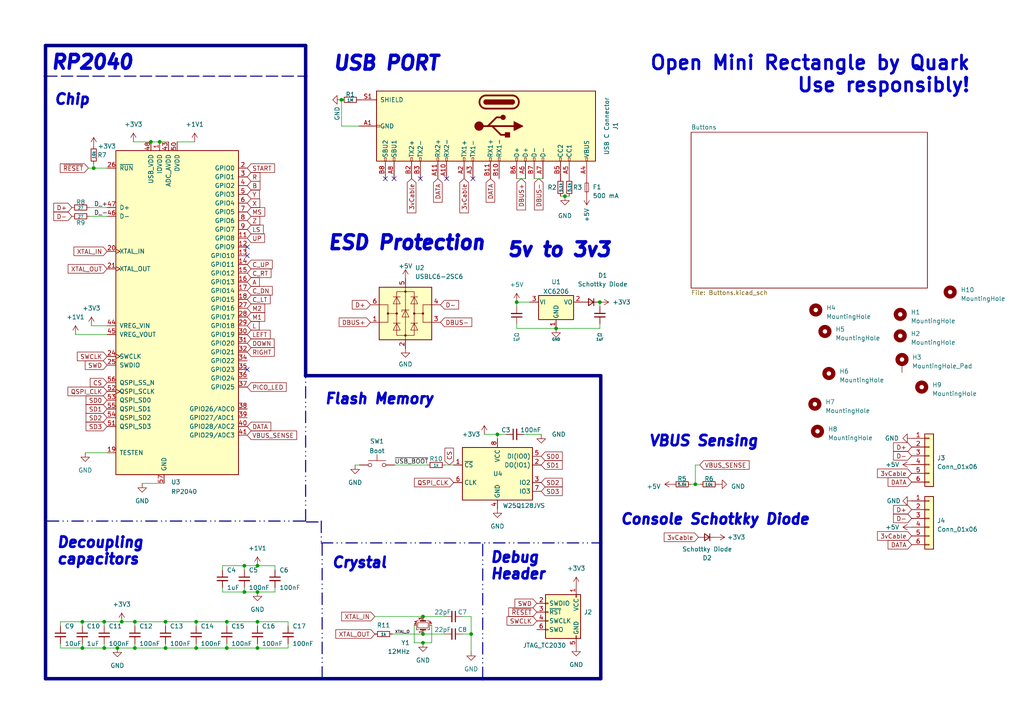
<source format=kicad_sch>
(kicad_sch (version 20230121) (generator eeschema)
  (paper "A4")
  (lib_symbols
    (symbol "Connector:USB_C_Receptacle" (pin_names (offset 1.016))
      (property "Reference" "J" (at -10.16 29.21 0))
      (property "Value" "USB_C_Receptacle" (at 10.16 29.21 0))
      (symbol "USB_C_Receptacle_1_1"
        (pin passive line (at 0 -40.64 90) (length 5.08) (name "GND") (number "A1"))
        (pin bidirectional line (at 15.24 -15.24 180) (length 5.08) (name "RX2-") (number "A10"))
        (pin bidirectional line (at 15.24 -17.78 180) (length 5.08) (name "RX2+") (number "A11"))
        (pin passive line (at 0 -40.64 90) (length 5.08) hide (name "GND") (number "A12"))
        (pin bidirectional line (at 15.24 -10.16 180) (length 5.08) (name "TX1+") (number "A2"))
        (pin bidirectional line (at 15.24 -7.62 180) (length 5.08) (name "TX1-") (number "A3"))
        (pin passive line (at 15.24 25.4 180) (length 5.08) (name "VBUS") (number "A4"))
        (pin bidirectional line (at 15.24 20.32 180) (length 5.08) (name "CC1") (number "A5"))
        (pin bidirectional line (at 15.24 7.62 180) (length 5.08) (name "D+") (number "A6"))
        (pin bidirectional line (at 15.24 12.7 180) (length 5.08) (name "D-") (number "A7"))
        (pin bidirectional line (at 15.24 -30.48 180) (length 5.08) (name "SBU1") (number "A8"))
        (pin passive line (at 15.24 25.4 180) (length 5.08) hide (name "VBUS") (number "A9"))
        (pin passive line (at 0 -40.64 90) (length 5.08) hide (name "GND") (number "B1"))
        (pin bidirectional line (at 15.24 0 180) (length 5.08) (name "RX1-") (number "B10"))
        (pin bidirectional line (at 15.24 -2.54 180) (length 5.08) (name "RX1+") (number "B11"))
        (pin passive line (at 0 -40.64 90) (length 5.08) hide (name "GND") (number "B12"))
        (pin bidirectional line (at 15.24 -25.4 180) (length 5.08) (name "TX2+") (number "B2"))
        (pin bidirectional line (at 15.24 -22.86 180) (length 5.08) (name "TX2-") (number "B3"))
        (pin passive line (at 15.24 25.4 180) (length 5.08) hide (name "VBUS") (number "B4"))
        (pin bidirectional line (at 15.24 17.78 180) (length 5.08) (name "CC2") (number "B5"))
        (pin bidirectional line (at 15.24 5.08 180) (length 5.08) (name "D+") (number "B6"))
        (pin bidirectional line (at 15.24 10.16 180) (length 5.08) (name "D-") (number "B7"))
        (pin bidirectional line (at 15.24 -33.02 180) (length 5.08) (name "SBU2") (number "B8"))
        (pin passive line (at 15.24 25.4 180) (length 5.08) hide (name "VBUS") (number "B9"))
        (pin passive line (at -7.62 -40.64 90) (length 5.08) (name "SHIELD") (number "S1"))
      )
    )
    (symbol "Connector_Generic:Conn_01x06" (pin_names (offset 1.016) hide)
      (property "Reference" "J" (at 0 7.62 0))
      (property "Value" "Conn_01x06" (at 0 -10.16 0))
      (symbol "Conn_01x06_1_1"
        (pin passive line (at -5.08 5.08 0) (length 3.81) (name "Pin_1") (number "1"))
        (pin passive line (at -5.08 2.54 0) (length 3.81) (name "Pin_2") (number "2"))
        (pin passive line (at -5.08 0 0) (length 3.81) (name "Pin_3") (number "3"))
        (pin passive line (at -5.08 -2.54 0) (length 3.81) (name "Pin_4") (number "4"))
        (pin passive line (at -5.08 -5.08 0) (length 3.81) (name "Pin_5") (number "5"))
        (pin passive line (at -5.08 -7.62 0) (length 3.81) (name "Pin_6") (number "6"))
      )
    )
    (symbol "Device:C_Small" (pin_numbers hide) (pin_names (offset 0.254) hide)
      (property "Reference" "C" (at 0.254 1.778 0))
      (property "Value" "C_Small" (at 0.254 -2.032 0))
      (symbol "C_Small_1_1"
        (pin passive line (at 0 2.54 270) (length 2.032) (name "~") (number "1"))
        (pin passive line (at 0 -2.54 90) (length 2.032) (name "~") (number "2"))
      )
    )
    (symbol "Device:Crystal_GND24_Small" (pin_names (offset 1.016) hide)
      (property "Reference" "Y" (at 1.27 4.445 0))
      (property "Value" "Crystal_GND24_Small" (at 1.27 2.54 0))
      (symbol "Crystal_GND24_Small_1_1"
        (pin passive line (at -2.54 0 0) (length 1.27) (name "1") (number "1"))
        (pin passive line (at 0 -2.54 90) (length 0.635) (name "2") (number "2"))
        (pin passive line (at 2.54 0 180) (length 1.27) (name "3") (number "3"))
        (pin passive line (at 0 2.54 270) (length 0.635) (name "4") (number "4"))
      )
    )
    (symbol "Device:D_Small" (pin_numbers hide) (pin_names (offset 0.254) hide)
      (property "Reference" "D" (at -1.27 2.032 0))
      (property "Value" "D_Small" (at -3.81 -2.032 0))
      (symbol "D_Small_1_1"
        (pin passive line (at -2.54 0 0) (length 1.778) (name "K") (number "1"))
        (pin passive line (at 2.54 0 180) (length 1.778) (name "A") (number "2"))
      )
    )
    (symbol "Device:Fuse_Small" (pin_numbers hide) (pin_names (offset 0.254) hide)
      (property "Reference" "F" (at 0 -1.524 0))
      (property "Value" "Fuse_Small" (at 0 1.524 0))
      (symbol "Fuse_Small_1_1"
        (pin passive line (at -2.54 0 0) (length 1.27) (name "~") (number "1"))
        (pin passive line (at 2.54 0 180) (length 1.27) (name "~") (number "2"))
      )
    )
    (symbol "Device:R_Small" (pin_numbers hide) (pin_names (offset 0.254) hide)
      (property "Reference" "R" (at 0.762 0.508 0))
      (property "Value" "R_Small" (at 0.762 -1.016 0))
      (symbol "R_Small_1_1"
        (pin passive line (at 0 2.54 270) (length 0.762) (name "~") (number "1"))
        (pin passive line (at 0 -2.54 90) (length 0.762) (name "~") (number "2"))
      )
    )
    (symbol "GND_1" (power) (pin_names (offset 0))
      (property "Value" "GND_1" (at 0 -3.81 0))
      (symbol "GND_1_1_1"
        (pin power_in line (at 0 0 270) (length 0) hide (name "GND") (number "1"))
      )
    )
    (symbol "Mechanical:MountingHole" (pin_names (offset 1.016))
      (property "Reference" "H" (at 0 5.08 0))
      (property "Value" "MountingHole" (at 0 3.175 0))
    )
    (symbol "Mechanical:MountingHole_Pad" (pin_numbers hide) (pin_names (offset 1.016) hide)
      (property "Reference" "H" (at 0 6.35 0))
      (property "Value" "MountingHole_Pad" (at 0 4.445 0))
      (symbol "MountingHole_Pad_1_1"
        (pin input line (at 0 -2.54 90) (length 2.54) (name "1") (number "1"))
      )
    )
    (symbol "Memory_Flash:W25Q128JVS"
      (property "Reference" "U" (at -8.89 8.89 0))
      (property "Value" "W25Q128JVS" (at 7.62 8.89 0))
      (symbol "W25Q128JVS_1_1"
        (pin input line (at -12.7 2.54 0) (length 2.54) (name "~{CS}") (number "1"))
        (pin bidirectional line (at 12.7 2.54 180) (length 2.54) (name "DO(IO1)") (number "2"))
        (pin bidirectional line (at 12.7 -2.54 180) (length 2.54) (name "IO2") (number "3"))
        (pin power_in line (at 0 -10.16 90) (length 2.54) (name "GND") (number "4"))
        (pin bidirectional line (at 12.7 5.08 180) (length 2.54) (name "DI(IO0)") (number "5"))
        (pin input line (at -12.7 -2.54 0) (length 2.54) (name "CLK") (number "6"))
        (pin bidirectional line (at 12.7 -5.08 180) (length 2.54) (name "IO3") (number "7"))
        (pin power_in line (at 0 10.16 270) (length 2.54) (name "VCC") (number "8"))
      )
    )
    (symbol "Power_Protection:USBLC6-2SC6" (pin_names hide)
      (property "Reference" "U" (at 2.54 8.89 0))
      (property "Value" "USBLC6-2SC6" (at 2.54 -8.89 0))
      (symbol "USBLC6-2SC6_1_1"
        (pin passive line (at -10.16 -2.54 0) (length 2.54) (name "I/O1") (number "1"))
        (pin passive line (at 0 -10.16 90) (length 2.54) (name "GND") (number "2"))
        (pin passive line (at 10.16 -2.54 180) (length 2.54) (name "I/O2") (number "3"))
        (pin passive line (at 10.16 2.54 180) (length 2.54) (name "I/O2") (number "4"))
        (pin passive line (at 0 10.16 270) (length 2.54) (name "VBUS") (number "5"))
        (pin passive line (at -10.16 2.54 0) (length 2.54) (name "I/O1") (number "6"))
      )
    )
    (symbol "Regulator_Linear:XC6206PxxxMR" (pin_names (offset 0.254))
      (property "Reference" "U" (at -3.81 3.175 0))
      (property "Value" "XC6206PxxxMR" (at 0 3.175 0))
      (symbol "XC6206PxxxMR_1_1"
        (pin power_in line (at 0 -7.62 90) (length 2.54) (name "GND") (number "1"))
        (pin power_out line (at 7.62 0 180) (length 2.54) (name "VO") (number "2"))
        (pin power_in line (at -7.62 0 0) (length 2.54) (name "VI") (number "3"))
      )
    )
    (symbol "Sleep-lib:RP2040" (pin_names (offset 1.016))
      (property "Reference" "U" (at 8.89 51.435 0))
      (property "Value" "RP2040" (at 8.89 48.895 0))
      (symbol "RP2040_1_1"
        (pin power_in line (at -5.08 50.8 270) (length 2.54) (name "IOVDD") (number "1"))
        (pin power_in line (at -5.08 50.8 270) (length 2.54) hide (name "IOVDD") (number "10"))
        (pin input line (at 20.32 22.86 180) (length 2.54) (name "GPIO8") (number "11"))
        (pin input line (at 20.32 20.32 180) (length 2.54) (name "GPIO9") (number "12"))
        (pin input line (at 20.32 17.78 180) (length 2.54) (name "GPIO10") (number "13"))
        (pin input line (at 20.32 15.24 180) (length 2.54) (name "GPIO11") (number "14"))
        (pin input line (at 20.32 12.7 180) (length 2.54) (name "GPIO12") (number "15"))
        (pin input line (at 20.32 10.16 180) (length 2.54) (name "GPIO13") (number "16"))
        (pin input line (at 20.32 7.62 180) (length 2.54) (name "GPIO14") (number "17"))
        (pin input line (at 20.32 5.08 180) (length 2.54) (name "GPIO15") (number "18"))
        (pin input line (at -20.32 -39.37 0) (length 2.54) (name "TESTEN") (number "19"))
        (pin input line (at 20.32 43.18 180) (length 2.54) (name "GPIO0") (number "2"))
        (pin input clock (at -20.32 19.05 0) (length 2.54) (name "XTAL_IN") (number "20"))
        (pin input clock (at -20.32 13.97 0) (length 2.54) (name "XTAL_OUT") (number "21"))
        (pin power_in line (at -5.08 50.8 270) (length 2.54) hide (name "IOVDD") (number "22"))
        (pin power_in line (at 0 50.8 270) (length 2.54) hide (name "DVDD") (number "23"))
        (pin input clock (at -20.32 -11.43 0) (length 2.54) (name "SWCLK") (number "24"))
        (pin bidirectional line (at -20.32 -13.97 0) (length 2.54) (name "SWDIO") (number "25"))
        (pin input line (at -20.32 43.18 0) (length 2.54) (name "~{RUN}") (number "26"))
        (pin input line (at 20.32 2.54 180) (length 2.54) (name "GPIO16") (number "27"))
        (pin input line (at 20.32 0 180) (length 2.54) (name "GPIO17") (number "28"))
        (pin input line (at 20.32 -2.54 180) (length 2.54) (name "GPIO18") (number "29"))
        (pin input line (at 20.32 40.64 180) (length 2.54) (name "GPIO1") (number "3"))
        (pin input line (at 20.32 -5.08 180) (length 2.54) (name "GPIO19") (number "30"))
        (pin input line (at 20.32 -7.62 180) (length 2.54) (name "GPIO20") (number "31"))
        (pin input line (at 20.32 -10.16 180) (length 2.54) (name "GPIO21") (number "32"))
        (pin power_in line (at -5.08 50.8 270) (length 2.54) hide (name "IOVDD") (number "33"))
        (pin input line (at 20.32 -12.7 180) (length 2.54) (name "GPIO22") (number "34"))
        (pin input line (at 20.32 -15.24 180) (length 2.54) (name "GPIO23") (number "35"))
        (pin input line (at 20.32 -17.78 180) (length 2.54) (name "GPIO24") (number "36"))
        (pin input line (at 20.32 -20.32 180) (length 2.54) (name "GPIO25") (number "37"))
        (pin input line (at 20.32 -26.67 180) (length 2.54) (name "GPIO26/ADC0") (number "38"))
        (pin input line (at 20.32 -29.21 180) (length 2.54) (name "GPIO27/ADC1") (number "39"))
        (pin input line (at 20.32 38.1 180) (length 2.54) (name "GPIO2") (number "4"))
        (pin input line (at 20.32 -31.75 180) (length 2.54) (name "GPIO28/ADC2") (number "40"))
        (pin input line (at 20.32 -34.29 180) (length 2.54) (name "GPIO29/ADC3") (number "41"))
        (pin power_in line (at -5.08 50.8 270) (length 2.54) hide (name "IOVDD") (number "42"))
        (pin power_in line (at -2.54 50.8 270) (length 2.54) (name "ADC_AVDD") (number "43"))
        (pin power_in line (at -20.32 -2.54 0) (length 2.54) (name "VREG_VIN") (number "44"))
        (pin power_out line (at -20.32 -5.08 0) (length 2.54) (name "VREG_VOUT") (number "45"))
        (pin bidirectional line (at -20.32 29.21 0) (length 2.54) (name "D-") (number "46"))
        (pin bidirectional line (at -20.32 31.75 0) (length 2.54) (name "D+") (number "47"))
        (pin power_in line (at -7.62 50.8 270) (length 2.54) (name "USB_VDD") (number "48"))
        (pin power_in line (at -5.08 50.8 270) (length 2.54) hide (name "IOVDD") (number "49"))
        (pin input line (at 20.32 35.56 180) (length 2.54) (name "GPIO3") (number "5"))
        (pin power_in line (at 0 50.8 270) (length 2.54) (name "DVDD") (number "50"))
        (pin bidirectional line (at -20.32 -31.75 0) (length 2.54) (name "QSPI_SD3") (number "51"))
        (pin input clock (at -20.32 -21.59 0) (length 2.54) (name "QSPI_SCLK") (number "52"))
        (pin bidirectional line (at -20.32 -24.13 0) (length 2.54) (name "QSPI_SD0") (number "53"))
        (pin bidirectional line (at -20.32 -29.21 0) (length 2.54) (name "QSPI_SD2") (number "54"))
        (pin bidirectional line (at -20.32 -26.67 0) (length 2.54) (name "QSPI_SD1") (number "55"))
        (pin bidirectional line (at -20.32 -19.05 0) (length 2.54) (name "QSPI_SS_N") (number "56"))
        (pin power_in line (at -3.81 -48.26 90) (length 2.54) (name "GND") (number "57"))
        (pin input line (at 20.32 33.02 180) (length 2.54) (name "GPIO4") (number "6"))
        (pin input line (at 20.32 30.48 180) (length 2.54) (name "GPIO5") (number "7"))
        (pin input line (at 20.32 27.94 180) (length 2.54) (name "GPIO6") (number "8"))
        (pin input line (at 20.32 25.4 180) (length 2.54) (name "GPIO7") (number "9"))
      )
    )
    (symbol "Switch:SW_Push" (pin_numbers hide) (pin_names (offset 1.016) hide)
      (property "Reference" "SW" (at 1.27 2.54 0))
      (property "Value" "SW_Push" (at 0 -1.524 0))
      (symbol "SW_Push_0_1"
        (pin passive line (at -5.08 0 0) (length 2.54) (name "1") (number "1"))
        (pin passive line (at 5.08 0 180) (length 2.54) (name "2") (number "2"))
      )
    )
    (symbol "marbastlib-various:JTAG_TC2030" (pin_names (offset 1.016))
      (property "Reference" "J" (at -3.81 -6.35 0))
      (property "Value" "JTAG_TC2030" (at -10.16 8.89 0))
      (symbol "JTAG_TC2030_1_1"
        (pin passive line (at 5.08 10.16 270) (length 2.54) (name "VCC") (number "1"))
        (pin passive line (at -6.35 5.08 0) (length 2.54) (name "SWDIO") (number "2"))
        (pin passive line (at -6.35 2.54 0) (length 2.54) (name "~{RST}") (number "3"))
        (pin passive line (at -6.35 0 0) (length 2.54) (name "SWCLK") (number "4"))
        (pin passive line (at 5.08 -7.62 90) (length 2.54) (name "GND") (number "5"))
        (pin passive line (at -6.35 -2.54 0) (length 2.54) (name "SWO") (number "6"))
      )
    )
    (symbol "power:+1V1" (power) (pin_names (offset 0))
      (property "Value" "+1V1" (at 0 3.556 0))
      (symbol "+1V1_1_1"
        (pin power_in line (at 0 0 90) (length 0) hide (name "+1V1") (number "1"))
      )
    )
    (symbol "power:+3.3V" (power) (pin_names (offset 0))
      (property "Value" "+3.3V" (at 0 3.556 0))
      (symbol "+3.3V_1_1"
        (pin power_in line (at 0 0 90) (length 0) hide (name "+3V3") (number "1"))
      )
    )
    (symbol "power:+3V3" (power) (pin_names (offset 0))
      (property "Value" "+3V3" (at 0 3.556 0))
      (symbol "+3V3_1_1"
        (pin power_in line (at 0 0 90) (length 0) hide (name "+3V3") (number "1"))
      )
    )
    (symbol "power:+5V" (power) (pin_names (offset 0))
      (property "Value" "+5V" (at 0 3.556 0))
      (symbol "+5V_1_1"
        (pin power_in line (at 0 0 90) (length 0) hide (name "+5V") (number "1"))
      )
    )
    (symbol "power:GND" (power) (pin_names (offset 0))
      (property "Value" "GND" (at 0 -3.81 0))
      (symbol "GND_1_1"
        (pin power_in line (at 0 0 270) (length 0) hide (name "GND") (number "1"))
      )
    )
  )
  (junction (at 74.676 164.084))
  (junction (at 140.001 196.85))
  (junction (at 39.116 187.96))
  (junction (at 56.896 180.34))
  (junction (at 65.786 187.96))
  (junction (at 23.876 180.34))
  (junction (at 30.226 180.34))
  (junction (at 35.306 180.34))
  (junction (at 122.682 178.816))
  (junction (at 174.244 157.4631))
  (junction (at 30.226 187.96))
  (junction (at 136.652 183.896))
  (junction (at 48.006 180.34))
  (junction (at 34.036 187.96))
  (junction (at 201.676 140.462))
  (junction (at 74.676 180.34))
  (junction (at 46.3108 41.148))
  (junction (at 13.208 22.098))
  (junction (at 149.86 87.63) (diameter 0.9144))
  (junction (at 70.866 164.084))
  (junction (at 122.682 186.436))
  (junction (at 56.896 187.96))
  (junction (at 43.7708 41.148))
  (junction (at 74.676 187.96))
  (junction (at 23.876 187.96))
  (junction (at 70.866 171.704))
  (junction (at 173.99 87.63))
  (junction (at 74.676 171.704))
  (junction (at 88.646 22.098))
  (junction (at 27.178 48.768))
  (junction (at 144.272 125.984))
  (junction (at 99.06 28.956))
  (junction (at 161.29 95.25) (diameter 0.9144))
  (junction (at 48.006 187.96))
  (junction (at 39.116 180.34))
  (junction (at 122.682 183.896))
  (junction (at 65.786 180.34))
  (junction (at 88.646 108.966))
  (junction (at 163.8554 56.896))
  (no_connect (at 71.7108 107.188))
  (no_connect (at 114.3 51.816))
  (no_connect (at 71.7108 71.628))
  (no_connect (at 129.54 51.816))
  (no_connect (at 71.7108 74.168))
  (no_connect (at 137.16 51.816))
  (no_connect (at 111.76 51.816))
  (no_connect (at 121.92 51.816))
  (wire (pts (xy 31.0708 97.028) (xy 21.9014 97.028)))
  (wire (pts (xy 56.896 180.34) (xy 56.896 181.61)))
  (wire (pts (xy 17.526 187.96) (xy 23.876 187.96)))
  (wire (pts (xy 43.7708 41.148) (xy 46.3108 41.148)))
  (wire (pts (xy 136.652 178.816) (xy 136.652 183.896)))
  (wire (pts (xy 64.516 164.084) (xy 64.516 165.354)))
  (wire (pts (xy 56.896 186.69) (xy 56.896 187.96)))
  (wire (pts (xy 24.7208 131.318) (xy 31.0708 131.318)))
  (wire (pts (xy 125.222 181.356) (xy 125.222 186.436)))
  (wire (pts (xy 120.142 181.356) (xy 120.142 186.436)))
  (wire (pts (xy 23.876 187.96) (xy 30.226 187.96)))
  (wire (pts (xy 27.178 47.498) (xy 27.178 48.768)))
  (wire (pts (xy 70.866 164.084) (xy 70.866 165.354)))
  (wire (pts (xy 56.896 187.96) (xy 65.786 187.96)))
  (bus (pts (xy 174.244 157.4631) (xy 174.244 108.966)) (stroke (width 1)))
  (wire (pts (xy 74.676 187.96) (xy 83.566 187.96)))
  (wire (pts (xy 136.652 183.896) (xy 134.112 183.896)))
  (wire (pts (xy 17.526 180.34) (xy 23.876 180.34)))
  (wire (pts (xy 41.2308 140.208) (xy 47.5808 140.208)))
  (wire (pts (xy 114.427 134.874) (xy 123.952 134.874)))
  (wire (pts (xy 64.516 171.704) (xy 70.866 171.704)))
  (wire (pts (xy 102.997 134.874) (xy 104.267 134.874)))
  (wire (pts (xy 161.29 95.25) (xy 149.86 95.25)))
  (wire (pts (xy 129.032 183.896) (xy 122.682 183.896)))
  (wire (pts (xy 25.94 62.738) (xy 31.0708 62.738)))
  (wire (pts (xy 144.272 125.984) (xy 146.812 125.984)))
  (bus (pts (xy 88.646 108.966) (xy 174.244 108.966)) (stroke (width 1)))
  (bus (pts (xy 174.244 157.4631) (xy 174.244 157.48)))
  (wire (pts (xy 30.226 180.34) (xy 35.306 180.34)))
  (bus (pts (xy 88.646 13.208) (xy 88.646 22.098)) (stroke (width 1)))
  (wire (pts (xy 25.94 60.198) (xy 31.0708 60.198)))
  (wire (pts (xy 79.756 164.084) (xy 79.756 165.354)))
  (wire (pts (xy 74.676 180.34) (xy 83.566 180.34)))
  (wire (pts (xy 149.86 87.63) (xy 149.86 88.9)))
  (wire (pts (xy 65.786 186.69) (xy 65.786 187.96)))
  (wire (pts (xy 39.116 187.96) (xy 48.006 187.96)))
  (wire (pts (xy 35.306 180.34) (xy 39.116 180.34)))
  (wire (pts (xy 200.406 140.462) (xy 201.676 140.462)))
  (wire (pts (xy 83.566 180.34) (xy 83.566 181.61)))
  (wire (pts (xy 51.3908 41.148) (xy 56.4708 41.148)))
  (wire (pts (xy 38.6908 41.148) (xy 43.7708 41.148)))
  (wire (pts (xy 39.116 187.96) (xy 39.116 186.69)))
  (wire (pts (xy 65.786 180.34) (xy 74.676 180.34)))
  (wire (pts (xy 74.676 171.704) (xy 79.756 171.704)))
  (wire (pts (xy 34.036 187.96) (xy 39.116 187.96)))
  (wire (pts (xy 48.006 180.34) (xy 48.006 181.61)))
  (wire (pts (xy 39.116 180.34) (xy 39.116 181.61)))
  (wire (pts (xy 83.566 187.96) (xy 83.566 186.69)))
  (wire (pts (xy 39.116 180.34) (xy 48.006 180.34)))
  (bus (pts (xy 140.001 196.85) (xy 174.244 196.85)) (stroke (width 1)))
  (bus (pts (xy 88.646 151.13) (xy 88.646 108.966)) (stroke (width 0) (type dash_dot_dot)))
  (wire (pts (xy 125.222 186.436) (xy 122.682 186.436)))
  (wire (pts (xy 74.676 164.084) (xy 79.756 164.084)))
  (bus (pts (xy 93.1852 151.13) (xy 93.1852 157.4631)) (stroke (width 0) (type dash_dot_dot)))
  (wire (pts (xy 108.712 178.816) (xy 122.682 178.816)))
  (wire (pts (xy 201.676 140.462) (xy 203.1238 140.462)))
  (wire (pts (xy 144.272 125.984) (xy 144.272 127.254)))
  (wire (pts (xy 70.866 171.704) (xy 74.676 171.704)))
  (wire (pts (xy 30.226 180.34) (xy 23.876 180.34)))
  (wire (pts (xy 149.86 93.98) (xy 149.86 95.25)))
  (wire (pts (xy 30.226 180.34) (xy 30.226 181.61)))
  (wire (pts (xy 48.006 187.96) (xy 56.896 187.96)))
  (wire (pts (xy 70.866 170.434) (xy 70.866 171.704)))
  (wire (pts (xy 162.56 56.896) (xy 163.8554 56.896)))
  (wire (pts (xy 129.032 134.874) (xy 131.572 134.874)))
  (wire (pts (xy 173.99 93.9546) (xy 173.99 95.25)))
  (wire (pts (xy 134.112 178.816) (xy 136.652 178.816)))
  (wire (pts (xy 99.06 36.576) (xy 99.06 28.956)))
  (wire (pts (xy 151.892 125.984) (xy 156.972 125.984)))
  (wire (pts (xy 74.676 180.34) (xy 74.676 181.61)))
  (bus (pts (xy 93.1852 157.4631) (xy 174.244 157.4631)) (stroke (width 0) (type dash_dot_dot)))
  (wire (pts (xy 120.142 186.436) (xy 122.682 186.436)))
  (wire (pts (xy 25.6351 48.768) (xy 27.178 48.768)))
  (wire (pts (xy 157.48 51.816) (xy 154.94 51.816)))
  (wire (pts (xy 48.006 187.96) (xy 48.006 186.69)))
  (wire (pts (xy 79.756 171.704) (xy 79.756 170.434)))
  (wire (pts (xy 70.866 164.084) (xy 64.516 164.084)))
  (wire (pts (xy 26.5242 94.488) (xy 31.0708 94.488)))
  (bus (pts (xy 13.208 22.098) (xy 88.646 22.098)) (stroke (width 0) (type dash)))
  (wire (pts (xy 140.462 125.984) (xy 144.272 125.984)))
  (bus (pts (xy 13.716 151.13) (xy 88.646 151.13)) (stroke (width 0) (type dash_dot_dot)))
  (bus (pts (xy 174.244 196.85) (xy 174.244 157.4631)) (stroke (width 1)))
  (bus (pts (xy 88.646 22.098) (xy 88.646 108.966)) (stroke (width 1)))
  (wire (pts (xy 56.896 180.34) (xy 65.786 180.34)))
  (wire (pts (xy 17.526 181.61) (xy 17.526 180.34)))
  (wire (pts (xy 65.786 187.96) (xy 74.676 187.96)))
  (wire (pts (xy 46.3108 41.148) (xy 48.8508 41.148)))
  (wire (pts (xy 74.676 187.96) (xy 74.676 186.69)))
  (wire (pts (xy 163.8554 56.896) (xy 165.1 56.896)))
  (wire (pts (xy 17.526 186.69) (xy 17.526 187.96)))
  (wire (pts (xy 27.178 48.768) (xy 31.0708 48.768)))
  (wire (pts (xy 74.676 164.084) (xy 70.866 164.084)))
  (wire (pts (xy 104.14 36.576) (xy 99.06 36.576)))
  (wire (pts (xy 202.946 134.874) (xy 201.676 134.874)))
  (bus (pts (xy 140.001 196.85) (xy 140.001 157.48)) (stroke (width 0) (type dash_dot_dot)))
  (wire (pts (xy 23.876 180.34) (xy 23.876 181.61)))
  (wire (pts (xy 201.676 134.874) (xy 201.676 140.462)))
  (bus (pts (xy 13.208 13.208) (xy 13.208 22.098)) (stroke (width 1)))
  (wire (pts (xy 65.786 180.34) (xy 65.786 181.61)))
  (wire (pts (xy 30.226 186.69) (xy 30.226 187.96)))
  (wire (pts (xy 64.516 170.434) (xy 64.516 171.704)))
  (bus (pts (xy 93.4392 157.7171) (xy 93.4392 197.104)) (stroke (width 0) (type dash_dot_dot)))
  (wire (pts (xy 129.032 178.816) (xy 122.682 178.816)))
  (wire (pts (xy 173.99 88.8746) (xy 173.99 87.63)))
  (wire (pts (xy 122.682 183.896) (xy 113.792 183.896)))
  (wire (pts (xy 30.226 187.96) (xy 34.036 187.96)))
  (wire (pts (xy 23.876 186.69) (xy 23.876 187.96)))
  (bus (pts (xy 13.208 196.85) (xy 140.001 196.85)) (stroke (width 1)))
  (wire (pts (xy 136.652 183.896) (xy 136.652 188.976)))
  (bus (pts (xy 13.208 13.208) (xy 88.646 13.208)) (stroke (width 1)))
  (wire (pts (xy 48.006 180.34) (xy 56.896 180.34)))
  (bus (pts (xy 13.208 22.098) (xy 13.208 196.85)) (stroke (width 1)))
  (wire (pts (xy 161.29 95.25) (xy 173.99 95.25)))
  (wire (pts (xy 152.4 51.816) (xy 149.86 51.816)))
  (wire (pts (xy 149.86 87.63) (xy 153.67 87.63)))
  (bus (pts (xy 88.9 151.384) (xy 93.4392 151.384)) (stroke (width 0) (type dash_dot_dot)))
  (text "Console Schotkky Diode" (at 179.705 152.527 0) (effects (font (size 3 3) (thickness 2) bold italic) (justify left bottom)))
  (text "Crystal" (at 96.012 165.1 0) (effects (font (size 3 3) (thickness 2) bold italic) (justify left bottom)))
  (text "USB PORT" (at 96.266 20.828 0) (effects (font (size 4 4) (thickness 2) bold italic) (justify left bottom)))
  (text "Flash Memory" (at 93.98 117.602 0) (effects (font (size 3 3) (thickness 2) bold italic) (justify left bottom)))
  (text "Open Mini Rectangle by Quark\nUse responsibly!" (at 281.686 27.178 0) (effects (font (size 4 4) (thickness 0.8) bold) (justify right bottom)))
  (text "RP2040" (at 14.478 20.574 0) (effects (font (size 4 4) (thickness 2) bold italic) (justify left bottom)))
  (text "Debug\nHeader" (at 141.986 168.402 0) (effects (font (size 3 3) (thickness 2) bold italic) (justify left bottom)))
  (text "VBUS Sensing" (at 187.96 129.794 0) (effects (font (size 3 3) (thickness 2) bold italic) (justify left bottom)))
  (text "Chip" (at 15.494 30.734 0) (effects (font (size 3 3) (thickness 2) bold italic) (justify left bottom)))
  (text "5v to 3v3" (at 146.812 74.93 0) (effects (font (size 4 4) (thickness 2) bold italic) (justify left bottom)))
  (text "ESD Protection" (at 94.742 72.898 0) (effects (font (size 4 4) (thickness 2) bold italic) (justify left bottom)))
  (text "Decoupling\ncapacitors" (at 16.256 164.084 0) (effects (font (size 3 3) (thickness 2) bold italic) (justify left bottom)))
  (label "D_+" (at 27.2608 60.198 0))
  (label "~{USB_BOOT}" (at 114.427 134.874 0))
  (label "D_-" (at 27.2608 62.738 0))
  (label "XTAL_O" (at 118.872 183.896 180) (effects (font (size 0.8 0.8))))
  (global_label "D+" (shape input) (at 107.442 88.392 180) (property "Intersheetrefs" "${INTERSHEET_REFS}" (effects hide)))
  (global_label "D-" (shape input) (at 264.414 132.207 180) (property "Intersheetrefs" "${INTERSHEET_REFS}" (effects hide)))
  (global_label "C_UP" (shape input) (at 71.7108 76.708 0) (property "Intersheetrefs" "${INTERSHEET_REFS}" (effects hide)))
  (global_label "D+" (shape input) (at 264.414 147.828 180) (property "Intersheetrefs" "${INTERSHEET_REFS}" (effects hide)))
  (global_label "3vCable" (shape input) (at 134.62 51.816 270) (property "Intersheetrefs" "${INTERSHEET_REFS}" (effects hide)))
  (global_label "~{RESET}" (shape input) (at 155.702 177.546 180) (property "Intersheetrefs" "${INTERSHEET_REFS}" (effects hide)))
  (global_label "SWD" (shape input) (at 155.702 175.006 180) (property "Intersheetrefs" "${INTERSHEET_REFS}" (effects hide)))
  (global_label "SD0" (shape input) (at 31.0708 116.078 180) (property "Intersheetrefs" "${INTERSHEET_REFS}" (effects hide)))
  (global_label "START" (shape input) (at 71.7108 48.768 0) (property "Intersheetrefs" "${INTERSHEET_REFS}" (effects hide)))
  (global_label "QSPI_CLK" (shape input) (at 131.572 139.954 180) (property "Intersheetrefs" "${INTERSHEET_REFS}" (effects hide)))
  (global_label "SD0" (shape input) (at 156.972 132.334 0) (property "Intersheetrefs" "${INTERSHEET_REFS}" (effects hide)))
  (global_label "D-" (shape input) (at 20.86 62.738 180) (property "Intersheetrefs" "${INTERSHEET_REFS}" (effects hide)))
  (global_label "DATA" (shape input) (at 71.7108 123.698 0) (property "Intersheetrefs" "${INTERSHEET_REFS}" (effects hide)))
  (global_label "SWD" (shape input) (at 31.0708 105.918 180) (property "Intersheetrefs" "${INTERSHEET_REFS}" (effects hide)))
  (global_label "SD3" (shape input) (at 156.972 142.494 0) (property "Intersheetrefs" "${INTERSHEET_REFS}" (effects hide)))
  (global_label "M1" (shape input) (at 71.7108 91.948 0) (property "Intersheetrefs" "${INTERSHEET_REFS}" (effects hide)))
  (global_label "PICO_LED" (shape input) (at 71.7108 112.268 0) (property "Intersheetrefs" "${INTERSHEET_REFS}" (effects hide)))
  (global_label "VBUS_SENSE" (shape input) (at 202.946 134.874 0) (property "Intersheetrefs" "${INTERSHEET_REFS}" (effects hide)))
  (global_label "MS" (shape input) (at 71.7108 61.468 0) (property "Intersheetrefs" "${INTERSHEET_REFS}" (effects hide)))
  (global_label "DATA" (shape input) (at 142.24 51.816 270) (property "Intersheetrefs" "${INTERSHEET_REFS}" (effects hide)))
  (global_label "SD1" (shape input) (at 31.0708 118.618 180) (property "Intersheetrefs" "${INTERSHEET_REFS}" (effects hide)))
  (global_label "SD3" (shape input) (at 31.0708 123.698 180) (property "Intersheetrefs" "${INTERSHEET_REFS}" (effects hide)))
  (global_label "XTAL_OUT" (shape input) (at 31.0708 77.978 180) (property "Intersheetrefs" "${INTERSHEET_REFS}" (effects hide)))
  (global_label "C_LT" (shape input) (at 71.7108 86.868 0) (property "Intersheetrefs" "${INTERSHEET_REFS}" (effects hide)))
  (global_label "DBUS-" (shape input) (at 127.762 93.472 0) (property "Intersheetrefs" "${INTERSHEET_REFS}" (effects hide)))
  (global_label "R" (shape input) (at 71.7108 51.308 0) (property "Intersheetrefs" "${INTERSHEET_REFS}" (effects hide)))
  (global_label "3vCable" (shape input) (at 264.414 137.287 180) (property "Intersheetrefs" "${INTERSHEET_REFS}" (effects hide)))
  (global_label "A" (shape input) (at 71.7108 81.788 0) (property "Intersheetrefs" "${INTERSHEET_REFS}" (effects hide)))
  (global_label "D-" (shape input) (at 127.762 88.392 0) (property "Intersheetrefs" "${INTERSHEET_REFS}" (effects hide)))
  (global_label "M2" (shape input) (at 71.7108 89.408 0) (property "Intersheetrefs" "${INTERSHEET_REFS}" (effects hide)))
  (global_label "D+" (shape input) (at 264.414 129.667 180) (property "Intersheetrefs" "${INTERSHEET_REFS}" (effects hide)))
  (global_label "CS" (shape input) (at 31.0708 110.998 180) (property "Intersheetrefs" "${INTERSHEET_REFS}" (effects hide)))
  (global_label "SD2" (shape input) (at 156.972 139.954 0) (property "Intersheetrefs" "${INTERSHEET_REFS}" (effects hide)))
  (global_label "L" (shape input) (at 71.7108 94.488 0) (property "Intersheetrefs" "${INTERSHEET_REFS}" (effects hide)))
  (global_label "3vCable" (shape input) (at 202.565 155.829 180) (property "Intersheetrefs" "${INTERSHEET_REFS}" (effects hide)))
  (global_label "DATA" (shape input) (at 264.414 139.827 180) (property "Intersheetrefs" "${INTERSHEET_REFS}" (effects hide)))
  (global_label "DBUS-" (shape input) (at 156.2608 51.816 270) (property "Intersheetrefs" "${INTERSHEET_REFS}" (effects hide)))
  (global_label "Z" (shape input) (at 71.7108 64.008 0) (property "Intersheetrefs" "${INTERSHEET_REFS}" (effects hide)))
  (global_label "CS" (shape input) (at 130.302 134.874 90) (property "Intersheetrefs" "${INTERSHEET_REFS}" (effects hide)))
  (global_label "C_RT" (shape input) (at 71.7108 79.248 0) (property "Intersheetrefs" "${INTERSHEET_REFS}" (effects hide)))
  (global_label "C_DN" (shape input) (at 71.7108 84.328 0) (property "Intersheetrefs" "${INTERSHEET_REFS}" (effects hide)))
  (global_label "XTAL_IN" (shape input) (at 31.0708 72.898 180) (property "Intersheetrefs" "${INTERSHEET_REFS}" (effects hide)))
  (global_label "VBUS_SENSE" (shape input) (at 71.7108 126.238 0) (property "Intersheetrefs" "${INTERSHEET_REFS}" (effects hide)))
  (global_label "RIGHT" (shape input) (at 71.7108 102.108 0) (property "Intersheetrefs" "${INTERSHEET_REFS}" (effects hide)))
  (global_label "D+" (shape input) (at 20.86 60.198 180) (property "Intersheetrefs" "${INTERSHEET_REFS}" (effects hide)))
  (global_label "QSPI_CLK" (shape input) (at 31.0708 113.538 180) (property "Intersheetrefs" "${INTERSHEET_REFS}" (effects hide)))
  (global_label "B" (shape input) (at 71.7108 53.848 0) (property "Intersheetrefs" "${INTERSHEET_REFS}" (effects hide)))
  (global_label "DBUS+" (shape input) (at 107.442 93.472 180) (property "Intersheetrefs" "${INTERSHEET_REFS}" (effects hide)))
  (global_label "D-" (shape input) (at 264.414 150.368 180) (property "Intersheetrefs" "${INTERSHEET_REFS}" (effects hide)))
  (global_label "DBUS+" (shape input) (at 151.1808 51.816 270) (property "Intersheetrefs" "${INTERSHEET_REFS}" (effects hide)))
  (global_label "~{RESET}" (shape input) (at 25.6351 48.768 180) (property "Intersheetrefs" "${INTERSHEET_REFS}" (effects hide)))
  (global_label "3vCable" (shape input) (at 264.414 155.448 180) (property "Intersheetrefs" "${INTERSHEET_REFS}" (effects hide)))
  (global_label "XTAL_OUT" (shape input) (at 108.712 183.896 180) (property "Intersheetrefs" "${INTERSHEET_REFS}" (effects hide)))
  (global_label "3vCable" (shape input) (at 119.38 51.816 270) (property "Intersheetrefs" "${INTERSHEET_REFS}" (effects hide)))
  (global_label "SWCLK" (shape input) (at 31.0708 103.378 180) (property "Intersheetrefs" "${INTERSHEET_REFS}" (effects hide)))
  (global_label "LS" (shape input) (at 71.7108 66.548 0) (property "Intersheetrefs" "${INTERSHEET_REFS}" (effects hide)))
  (global_label "LEFT" (shape input) (at 71.7108 97.028 0) (property "Intersheetrefs" "${INTERSHEET_REFS}" (effects hide)))
  (global_label "SD2" (shape input) (at 31.0708 121.158 180) (property "Intersheetrefs" "${INTERSHEET_REFS}" (effects hide)))
  (global_label "Y" (shape input) (at 71.7108 56.388 0) (property "Intersheetrefs" "${INTERSHEET_REFS}" (effects hide)))
  (global_label "SWCLK" (shape input) (at 155.702 180.086 180) (property "Intersheetrefs" "${INTERSHEET_REFS}" (effects hide)))
  (global_label "DATA" (shape input) (at 264.414 157.988 180) (property "Intersheetrefs" "${INTERSHEET_REFS}" (effects hide)))
  (global_label "DOWN" (shape input) (at 71.7108 99.568 0) (property "Intersheetrefs" "${INTERSHEET_REFS}" (effects hide)))
  (global_label "SD1" (shape input) (at 156.972 134.874 0) (property "Intersheetrefs" "${INTERSHEET_REFS}" (effects hide)))
  (global_label "DATA" (shape input) (at 127 51.816 270) (property "Intersheetrefs" "${INTERSHEET_REFS}" (effects hide)))
  (global_label "UP" (shape input) (at 71.7108 69.088 0) (property "Intersheetrefs" "${INTERSHEET_REFS}" (effects hide)))
  (global_label "X" (shape input) (at 71.7108 58.928 0) (property "Intersheetrefs" "${INTERSHEET_REFS}" (effects hide)))
  (global_label "XTAL_IN" (shape input) (at 108.712 178.816 180) (property "Intersheetrefs" "${INTERSHEET_REFS}" (effects hide)))
  (symbol (lib_id "Device:R_Small") (at 197.866 140.462 90) (unit 1)
    (property "Reference" "R5" (at 199.1707 138.8591 90) (effects (justify left)))
    (property "Value" "5.6k" (at 199.2225 140.5289 90) (effects (font (size 0.8 0.8)) (justify left)))
    (property "Footprint" "Resistor_SMD:R_0603_1608Metric" (effects hide))
  )
  (symbol (lib_id "Device:R_Small") (at 23.4 62.738 90) (unit 1)
    (property "Reference" "R9" (at 23.4 64.6176 90))
    (property "Value" "27" (at 23.4 62.8396 90) (effects (font (size 0.8 0.8))))
    (property "Footprint" "Resistor_SMD:R_0603_1608Metric" (effects hide))
    (property "LCSC" "C25190" (effects hide))
  )
  (symbol (lib_id "Sleep-lib:RP2040") (at 51.3908 91.948 0) (unit 1)
    (property "Reference" "U3" (at 49.6002 139.8175 0) (effects (justify left)))
    (property "Value" "RP2040" (at 49.6002 142.5926 0) (effects (justify left)))
    (property "Footprint" "footprints:RP2040-QFN-56" (effects hide))
    (property "Datasheet" "https://datasheets.raspberrypi.com/rp2040/rp2040-datasheet.pdf" (effects hide))
    (property "LCSC" "C2040" (effects hide))
  )
  (symbol (lib_id "power:GND") (at 102.997 134.874 0) (unit 1)
    (property "Reference" "#PWR019" (effects hide))
    (property "Value" "GND" (at 102.997 139.954 0))
  )
  (symbol (lib_id "Device:Fuse_Small") (at 170.18 54.356 270) (unit 1)
    (property "Reference" "F1" (at 171.9072 54.2544 90) (effects (justify left)))
    (property "Value" "500 mA" (at 171.9072 56.7944 90) (effects (justify left)))
    (property "Footprint" "Fuse:Fuse_1206_3216Metric" (effects hide))
  )
  (symbol (lib_id "Device:C_Small") (at 70.866 167.894 0) (unit 1)
    (property "Reference" "C5" (at 72.136 165.3539 0) (effects (justify left)))
    (property "Value" "100nF" (at 72.136 170.4339 0) (effects (justify left)))
    (property "Footprint" "Capacitor_SMD:C_0402_1005Metric" (effects hide))
    (property "LCSC" "C1525" (effects hide))
  )
  (symbol (lib_id "Device:D_Small") (at 171.45 87.63 180) (unit 1)
    (property "Reference" "D1" (at 174.8028 79.883 0))
    (property "Value" "Schottky Diode" (at 174.8028 82.423 0))
    (property "Footprint" "Diode_SMD:D_SOD-123" (effects hide))
    (property "LCSC" "C130880" (effects hide))
  )
  (symbol (lib_id "Device:C_Small") (at 56.896 184.15 0) (unit 1)
    (property "Reference" "C14" (at 58.166 181.6099 0) (effects (justify left)))
    (property "Value" "100nF" (at 58.166 186.6899 0) (effects (justify left)))
    (property "Footprint" "Capacitor_SMD:C_0402_1005Metric" (effects hide))
    (property "LCSC" "C1525" (effects hide))
  )
  (symbol (lib_id "Device:Crystal_GND24_Small") (at 122.682 181.356 270) (mirror x) (unit 1)
    (property "Reference" "Y1" (at 118.872 186.436 90) (effects (justify right)))
    (property "Value" "12MHz" (at 118.872 188.976 90) (effects (justify right)))
    (property "Footprint" "Crystal:Crystal_SMD_3225-4Pin_3.2x2.5mm" (effects hide))
    (property "LCSC" "C9002" (effects hide))
  )
  (symbol (lib_id "power:+1V1") (at 21.9014 97.028 0) (unit 1)
    (property "Reference" "#PWR012" (effects hide))
    (property "Value" "+1V1" (at 21.9014 91.948 0))
  )
  (symbol (lib_id "Mechanical:MountingHole") (at 237.109 125.095 0) (unit 1)
    (property "Reference" "H8" (at 240.157 124.46 0) (effects (justify left)))
    (property "Value" "MountingHole" (at 240.157 127 0) (effects (justify left)))
    (property "Footprint" "MountingHole:MountingHole_2.2mm_M2" (effects hide))
  )
  (symbol (lib_id "Device:C_Small") (at 149.86 91.44 180) (unit 1)
    (property "Reference" "C2" (at 149.86 97.155 0) (effects (font (size 0.762 0.762))))
    (property "Value" "1uF" (at 149.86 98.425 0) (effects (font (size 0.762 0.762))))
    (property "Footprint" "Capacitor_SMD:C_0402_1005Metric" (effects hide))
    (property "LCSC" "C52923" (effects hide))
  )
  (symbol (lib_id "marbastlib-various:JTAG_TC2030") (at 162.052 180.086 0) (unit 1)
    (property "Reference" "J2" (at 169.3418 177.5459 0) (effects (justify left)))
    (property "Value" "JTAG_TC2030" (at 151.638 187.198 0) (effects (justify left)))
    (property "Footprint" "marbastlib-various:CON_TC2030_outlined" (effects hide))
    (property "Datasheet" " ~" (effects hide))
  )
  (symbol (lib_id "Device:C_Small") (at 149.352 125.984 90) (unit 1)
    (property "Reference" "C3" (at 148.0819 124.714 90) (effects (justify left)))
    (property "Value" "100nF" (at 156.9719 124.714 90) (effects (justify left)))
    (property "Footprint" "Capacitor_SMD:C_0402_1005Metric" (effects hide))
    (property "LCSC" "C1525" (effects hide))
  )
  (symbol (lib_id "power:+3V3") (at 167.132 169.926 0) (unit 1)
    (property "Reference" "#PWR025" (effects hide))
    (property "Value" "+3V3" (at 167.132 164.846 0))
  )
  (symbol (lib_id "Device:R_Small") (at 111.252 183.896 270) (mirror x) (unit 1)
    (property "Reference" "R11" (at 111.252 181.356 90))
    (property "Value" "1k" (at 111.252 183.9909 90) (effects (font (size 0.8 0.8))))
    (property "Footprint" "Resistor_SMD:R_0402_1005Metric" (effects hide))
    (property "LCSC" "C11702" (effects hide))
  )
  (symbol (lib_id "power:GND") (at 41.2308 140.208 0) (unit 1)
    (property "Reference" "#PWR020" (effects hide))
    (property "Value" "GND" (at 41.2308 145.288 0))
  )
  (symbol (lib_id "Mechanical:MountingHole") (at 236.347 117.221 0) (unit 1)
    (property "Reference" "H7" (at 239.395 116.586 0) (effects (justify left)))
    (property "Value" "MountingHole" (at 239.395 119.126 0) (effects (justify left)))
    (property "Footprint" "MountingHole:MountingHole_2.2mm_M2" (effects hide))
  )
  (symbol (lib_id "Device:R_Small") (at 162.56 54.356 180) (unit 1)
    (property "Reference" "R2" (at 161.4931 54.356 0) (effects (justify left)))
    (property "Value" "5.1k" (at 162.6616 53.0352 90) (effects (font (size 0.8 0.8)) (justify left)))
    (property "Footprint" "Resistor_SMD:R_0402_1005Metric" (effects hide))
    (property "LCSC" "C25744" (effects hide))
  )
  (symbol (lib_id "Device:R_Small") (at 23.4 60.198 90) (unit 1)
    (property "Reference" "R8" (at 23.4 58.6486 90))
    (property "Value" "27" (at 23.4 60.2996 90) (effects (font (size 0.8 0.8))))
    (property "Footprint" "Resistor_SMD:R_0603_1608Metric" (effects hide))
    (property "LCSC" "C25190" (effects hide))
  )
  (symbol (lib_id "power:+3V3") (at 27.178 42.418 0) (unit 1)
    (property "Reference" "#PWR04" (effects hide))
    (property "Value" "+3V3" (at 30.988 42.418 0))
  )
  (symbol (lib_id "Device:R_Small") (at 205.6638 140.462 90) (unit 1)
    (property "Reference" "R6" (at 207.0009 138.8891 90) (effects (justify left)))
    (property "Value" "10k" (at 206.7978 140.5736 90) (effects (font (size 0.8 0.8)) (justify left)))
    (property "Footprint" "Resistor_SMD:R_0603_1608Metric" (effects hide))
  )
  (symbol (lib_id "Device:C_Small") (at 173.99 91.4146 180) (unit 1)
    (property "Reference" "C1" (at 173.99 97.1296 0) (effects (font (size 0.762 0.762))))
    (property "Value" "1uF" (at 173.99 98.3996 0) (effects (font (size 0.762 0.762))))
    (property "Footprint" "Capacitor_SMD:C_0402_1005Metric" (effects hide))
    (property "LCSC" "C52923" (effects hide))
  )
  (symbol (lib_name "GND_1") (lib_id "power:GND") (at 264.414 145.288 270) (unit 1)
    (property "Reference" "#PWR052" (effects hide))
    (property "Value" "GND" (at 261.239 145.288 90) (effects (justify right)))
  )
  (symbol (lib_id "power:+5V") (at 264.414 134.747 90) (unit 1)
    (property "Reference" "#PWR053" (effects hide))
    (property "Value" "+5V" (at 260.858 134.747 90) (effects (justify left)))
  )
  (symbol (lib_id "Device:C_Small") (at 79.756 167.894 0) (unit 1)
    (property "Reference" "C6" (at 81.026 165.3539 0) (effects (justify left)))
    (property "Value" "100nF" (at 81.026 170.4339 0) (effects (justify left)))
    (property "Footprint" "Capacitor_SMD:C_0402_1005Metric" (effects hide))
    (property "LCSC" "C1525" (effects hide))
  )
  (symbol (lib_id "Mechanical:MountingHole") (at 239.268 96.139 0) (unit 1)
    (property "Reference" "H5" (at 242.316 95.504 0) (effects (justify left)))
    (property "Value" "MountingHole" (at 242.316 98.044 0) (effects (justify left)))
    (property "Footprint" "MountingHole:MountingHole_2.2mm_M2" (effects hide))
  )
  (symbol (lib_id "Device:D_Small") (at 205.105 155.829 180) (unit 1)
    (property "Reference" "D2" (at 205.105 161.8234 0))
    (property "Value" "Schottky Diode" (at 205.105 159.2834 0))
    (property "Footprint" "Diode_SMD:D_SOD-123" (effects hide))
    (property "LCSC" "C130880" (effects hide))
  )
  (symbol (lib_id "Mechanical:MountingHole") (at 267.335 112.268 0) (unit 1)
    (property "Reference" "H9" (at 270.383 111.633 0) (effects (justify left)))
    (property "Value" "MountingHole" (at 270.383 114.173 0) (effects (justify left)))
    (property "Footprint" "MountingHole:MountingHole_2.2mm_M2" (effects hide))
  )
  (symbol (lib_id "power:+3V3") (at 35.306 180.34 0) (unit 1)
    (property "Reference" "#PWR027" (effects hide))
    (property "Value" "+3V3" (at 35.306 175.26 0))
  )
  (symbol (lib_id "Mechanical:MountingHole") (at 275.59 84.709 0) (unit 1)
    (property "Reference" "H10" (at 278.638 84.074 0) (effects (justify left)))
    (property "Value" "MountingHole" (at 278.638 86.614 0) (effects (justify left)))
    (property "Footprint" "MountingHole:MountingHole_2.2mm_M2" (effects hide))
  )
  (symbol (lib_id "power:GND") (at 136.652 188.976 0) (mirror y) (unit 1)
    (property "Reference" "#PWR031" (effects hide))
    (property "Value" "GND" (at 136.652 194.056 0))
  )
  (symbol (lib_id "Connector_Generic:Conn_01x06") (at 269.494 150.368 0) (unit 1)
    (property "Reference" "J4" (at 271.78 151.003 0) (effects (justify left)))
    (property "Value" "Conn_01x06" (at 271.78 153.543 0) (effects (justify left)))
    (property "Footprint" "Connector_PinHeader_2.54mm:PinHeader_1x06_P2.54mm_Vertical" (effects hide))
  )
  (symbol (lib_id "Device:C_Small") (at 64.516 167.894 0) (unit 1)
    (property "Reference" "C4" (at 65.786 165.3539 0) (effects (justify left)))
    (property "Value" "1uF" (at 65.786 170.4339 0) (effects (justify left)))
    (property "Footprint" "Capacitor_SMD:C_0402_1005Metric" (effects hide))
    (property "LCSC" "C52923" (effects hide))
  )
  (symbol (lib_id "power:+1V1") (at 74.676 164.084 0) (unit 1)
    (property "Reference" "#PWR024" (effects hide))
    (property "Value" "+1V1" (at 74.676 159.004 0))
  )
  (symbol (lib_id "Regulator_Linear:XC6206PxxxMR") (at 161.29 87.63 0) (unit 1)
    (property "Reference" "U1" (at 161.29 81.7585 0))
    (property "Value" "XC6206" (at 161.29 84.5336 0))
    (property "Footprint" "Package_TO_SOT_SMD:SOT-23" (effects hide))
    (property "Datasheet" "https://www.torexsemi.com/file/xc6206/XC6206.pdf" (effects hide))
    (property "LCSC" "C5446" (effects hide))
  )
  (symbol (lib_id "Device:C_Small") (at 17.526 184.15 0) (unit 1)
    (property "Reference" "C9" (at 18.796 181.6099 0) (effects (justify left)))
    (property "Value" "10uF" (at 18.796 186.6899 0) (effects (justify left)))
    (property "Footprint" "Capacitor_SMD:C_0402_1005Metric" (effects hide))
    (property "LCSC" "C15525" (effects hide))
  )
  (symbol (lib_id "Device:C_Small") (at 39.116 184.15 0) (unit 1)
    (property "Reference" "C12" (at 40.386 181.6099 0) (effects (justify left)))
    (property "Value" "100nF" (at 40.386 186.6899 0) (effects (justify left)))
    (property "Footprint" "Capacitor_SMD:C_0402_1005Metric" (effects hide))
    (property "LCSC" "C1525" (effects hide))
  )
  (symbol (lib_id "power:GND") (at 208.2038 140.462 90) (unit 1)
    (property "Reference" "#PWR023" (effects hide))
    (property "Value" "GND" (at 212.0138 141.097 90) (effects (justify right)))
  )
  (symbol (lib_id "Device:R_Small") (at 27.178 44.958 0) (unit 1)
    (property "Reference" "R7" (at 28.2449 44.958 0) (effects (justify left)))
    (property "Value" "10k" (at 27.2543 46.0756 90) (effects (font (size 0.8 0.8)) (justify left)))
    (property "Footprint" "Resistor_SMD:R_0402_1005Metric" (effects hide))
    (property "LCSC" "C25744" (effects hide))
  )
  (symbol (lib_id "Mechanical:MountingHole") (at 261.112 97.409 0) (unit 1)
    (property "Reference" "H2" (at 264.16 96.774 0) (effects (justify left)))
    (property "Value" "MountingHole" (at 264.16 99.314 0) (effects (justify left)))
    (property "Footprint" "MountingHole:MountingHole_2.2mm_M2" (effects hide))
  )
  (symbol (lib_id "Device:C_Small") (at 131.572 178.816 270) (mirror x) (unit 1)
    (property "Reference" "C7" (at 134.112 177.546 90))
    (property "Value" "22pF" (at 128.397 177.546 90))
    (property "Footprint" "Capacitor_SMD:C_0402_1005Metric" (effects hide))
    (property "LCSC" "C1555" (effects hide))
  )
  (symbol (lib_id "power:+3.3V") (at 173.99 87.63 270) (unit 1)
    (property "Reference" "#PWR09" (effects hide))
    (property "Value" "+3.3V" (at 177.6222 87.6299 90) (effects (justify left)))
  )
  (symbol (lib_id "power:GND") (at 74.676 171.704 0) (unit 1)
    (property "Reference" "#PWR026" (effects hide))
    (property "Value" "GND" (at 74.676 176.784 0))
  )
  (symbol (lib_id "Mechanical:MountingHole_Pad") (at 261.62 105.537 0) (unit 1)
    (property "Reference" "H3" (at 264.541 103.632 0) (effects (justify left)))
    (property "Value" "MountingHole_Pad" (at 264.541 106.172 0) (effects (justify left)))
    (property "Footprint" "MountingHole:MountingHole_2.2mm_M2_DIN965_Pad" (effects hide))
  )
  (symbol (lib_id "power:GND") (at 34.036 187.96 0) (unit 1)
    (property "Reference" "#PWR030" (effects hide))
    (property "Value" "GND" (at 34.036 193.04 0))
  )
  (symbol (lib_name "GND_1") (lib_id "power:GND") (at 264.414 127.127 270) (unit 1)
    (property "Reference" "#PWR018" (effects hide))
    (property "Value" "GND" (at 260.731 127.127 90) (effects (justify right)))
  )
  (symbol (lib_id "power:+3V3") (at 38.6908 41.148 0) (unit 1)
    (property "Reference" "#PWR02" (effects hide))
    (property "Value" "+3V3" (at 38.6908 36.068 0))
  )
  (symbol (lib_id "power:+3V3") (at 26.5242 94.488 0) (unit 1)
    (property "Reference" "#PWR010" (effects hide))
    (property "Value" "+3V3" (at 26.5242 89.408 0))
  )
  (symbol (lib_id "Device:C_Small") (at 83.566 184.15 0) (unit 1)
    (property "Reference" "C17" (at 84.836 181.6099 0) (effects (justify left)))
    (property "Value" "100nF" (at 84.836 186.6899 0) (effects (justify left)))
    (property "Footprint" "Capacitor_SMD:C_0402_1005Metric" (effects hide))
    (property "LCSC" "C1525" (effects hide))
  )
  (symbol (lib_id "Mechanical:MountingHole") (at 240.411 108.331 0) (unit 1)
    (property "Reference" "H6" (at 243.459 107.696 0) (effects (justify left)))
    (property "Value" "MountingHole" (at 243.459 110.236 0) (effects (justify left)))
    (property "Footprint" "MountingHole:MountingHole_2.2mm_M2" (effects hide))
  )
  (symbol (lib_id "Device:C_Small") (at 23.876 184.15 0) (unit 1)
    (property "Reference" "C10" (at 25.146 181.6099 0) (effects (justify left)))
    (property "Value" "1uF" (at 25.146 186.6899 0) (effects (justify left)))
    (property "Footprint" "Capacitor_SMD:C_0402_1005Metric" (effects hide))
    (property "LCSC" "C52923" (effects hide))
  )
  (symbol (lib_id "Device:C_Small") (at 48.006 184.15 0) (unit 1)
    (property "Reference" "C13" (at 49.276 181.6099 0) (effects (justify left)))
    (property "Value" "100nF" (at 49.276 186.6899 0) (effects (justify left)))
    (property "Footprint" "Capacitor_SMD:C_0402_1005Metric" (effects hide))
    (property "LCSC" "C1525" (effects hide))
  )
  (symbol (lib_id "power:GND") (at 161.29 95.25 0) (unit 1)
    (property "Reference" "#PWR011" (effects hide))
    (property "Value" "GND" (at 161.29 98.425 0) (effects (font (size 0.762 0.762))))
  )
  (symbol (lib_id "Mechanical:MountingHole") (at 261.112 91.186 0) (unit 1)
    (property "Reference" "H1" (at 264.16 90.551 0) (effects (justify left)))
    (property "Value" "MountingHole" (at 264.16 93.091 0) (effects (justify left)))
    (property "Footprint" "MountingHole:MountingHole_2.2mm_M2" (effects hide))
  )
  (symbol (lib_id "power:GND") (at 167.132 187.706 0) (unit 1)
    (property "Reference" "#PWR029" (effects hide))
    (property "Value" "GND" (at 167.132 192.786 0))
  )
  (symbol (lib_id "power:+1V1") (at 56.4708 41.148 0) (unit 1)
    (property "Reference" "#PWR03" (effects hide))
    (property "Value" "+1V1" (at 56.4708 36.068 0))
  )
  (symbol (lib_id "power:+3V3") (at 207.645 155.829 270) (unit 1)
    (property "Reference" "#PWR014" (effects hide))
    (property "Value" "+3V3" (at 216.1794 155.829 90) (effects (justify right)))
  )
  (symbol (lib_id "Device:R_Small") (at 165.1 54.356 0) (unit 1)
    (property "Reference" "R3" (at 166.1669 54.356 0) (effects (justify left)))
    (property "Value" "5.1k" (at 165.2016 55.6768 90) (effects (font (size 0.8 0.8)) (justify left)))
    (property "Footprint" "Resistor_SMD:R_0402_1005Metric" (effects hide))
    (property "LCSC" "C25744" (effects hide))
  )
  (symbol (lib_id "Device:C_Small") (at 30.226 184.15 0) (unit 1)
    (property "Reference" "C11" (at 31.496 181.6099 0) (effects (justify left)))
    (property "Value" "100nF" (at 31.496 186.6899 0) (effects (justify left)))
    (property "Footprint" "Capacitor_SMD:C_0402_1005Metric" (effects hide))
    (property "LCSC" "C1525" (effects hide))
  )
  (symbol (lib_id "Memory_Flash:W25Q128JVS") (at 144.272 137.414 0) (unit 1)
    (property "Reference" "U4" (at 143.002 137.414 0) (effects (justify left)))
    (property "Value" "W25Q128JVS" (at 145.7918 146.6562 0) (effects (justify left)))
    (property "Footprint" "Package_SO:SOIC-8_5.23x5.23mm_P1.27mm" (effects hide))
    (property "Datasheet" "http://www.winbond.com/resource-files/w25q128jv_dtr%20revc%2003272018%20plus.pdf" (effects hide))
    (property "LCSC" "C97521" (effects hide))
  )
  (symbol (lib_id "power:+3V3") (at 140.462 125.984 0) (unit 1)
    (property "Reference" "#PWR015" (effects hide))
    (property "Value" "+3V3" (at 136.652 125.984 0))
  )
  (symbol (lib_id "Device:R_Small") (at 126.492 134.874 90) (unit 1)
    (property "Reference" "R10" (at 126.4878 133.082 90))
    (property "Value" "1k" (at 126.4892 134.9549 90) (effects (font (size 0.8 0.8))))
    (property "Footprint" "Resistor_SMD:R_0402_1005Metric" (effects hide))
    (property "LCSC" "C11702" (effects hide))
  )
  (symbol (lib_id "Device:C_Small") (at 65.786 184.15 0) (unit 1)
    (property "Reference" "C15" (at 67.056 181.6099 0) (effects (justify left)))
    (property "Value" "100nF" (at 67.056 186.6899 0) (effects (justify left)))
    (property "Footprint" "Capacitor_SMD:C_0402_1005Metric" (effects hide))
    (property "LCSC" "C1525" (effects hide))
  )
  (symbol (lib_id "Connector:USB_C_Receptacle") (at 144.78 36.576 270) (unit 1)
    (property "Reference" "J1" (at 178.5112 36.576 0))
    (property "Value" "USB C Connector" (at 175.9712 36.576 0))
    (property "Footprint" "footprints:TYPE-C_24P_QCHT" (effects hide))
    (property "Datasheet" "https://www.usb.org/sites/default/files/documents/usb_type-c.zip" (effects hide))
    (property "LCSC" "C456013" (effects hide))
  )
  (symbol (lib_id "power:GND") (at 144.272 147.574 0) (unit 1)
    (property "Reference" "#PWR021" (effects hide))
    (property "Value" "GND" (at 144.272 152.654 0))
  )
  (symbol (lib_id "Device:C_Small") (at 74.676 184.15 0) (unit 1)
    (property "Reference" "C16" (at 75.946 181.6099 0) (effects (justify left)))
    (property "Value" "100nF" (at 75.946 186.6899 0) (effects (justify left)))
    (property "Footprint" "Capacitor_SMD:C_0402_1005Metric" (effects hide))
    (property "LCSC" "C1525" (effects hide))
  )
  (symbol (lib_id "power:+5V") (at 195.326 140.462 90) (unit 1)
    (property "Reference" "#PWR022" (effects hide))
    (property "Value" "+5V" (at 191.643 141.097 90) (effects (justify left)))
  )
  (symbol (lib_id "power:GND") (at 24.7208 131.318 0) (unit 1)
    (property "Reference" "#PWR017" (effects hide))
    (property "Value" "GND" (at 24.7208 136.398 0))
  )
  (symbol (lib_id "power:GND") (at 99.06 28.956 270) (unit 1)
    (property "Reference" "#PWR01" (effects hide))
    (property "Value" "GND" (at 97.7901 30.8864 0) (effects (justify left)))
  )
  (symbol (lib_id "power:GND") (at 122.682 186.436 0) (mirror y) (unit 1)
    (property "Reference" "#PWR028" (effects hide))
    (property "Value" "GND" (at 122.682 191.516 0))
  )
  (symbol (lib_id "Switch:SW_Push") (at 109.347 134.874 0) (unit 1) (in_bom no)
    (property "Reference" "SW1" (at 109.347 127.9865 0))
    (property "Value" "Boot" (at 109.347 130.7616 0))
    (property "Footprint" "Button_Switch_SMD:SW_SPST_SKQG_WithStem" (effects hide))
    (property "LCSC" "C5156480" (effects hide))
  )
  (symbol (lib_id "Power_Protection:USBLC6-2SC6") (at 117.602 90.932 0) (unit 1)
    (property "Reference" "U2" (at 120.3707 77.6732 0) (effects (justify left)))
    (property "Value" "USBLC6-2SC6" (at 120.3707 80.2132 0) (effects (justify left)))
    (property "Footprint" "Package_TO_SOT_SMD:SOT-23-6" (effects hide))
    (property "Datasheet" "https://www.st.com/resource/en/datasheet/usblc6-2.pdf" (effects hide))
  )
  (symbol (lib_id "power:+5V") (at 149.86 87.63 0) (unit 1)
    (property "Reference" "#PWR08" (effects hide))
    (property "Value" "+5V" (at 149.86 82.55 0))
  )
  (symbol (lib_id "power:GND") (at 156.972 125.984 0) (unit 1)
    (property "Reference" "#PWR016" (effects hide))
    (property "Value" "GND" (at 162.052 125.984 0))
  )
  (symbol (lib_id "Device:C_Small") (at 131.572 183.896 270) (mirror x) (unit 1)
    (property "Reference" "C8" (at 134.112 182.626 90))
    (property "Value" "22pF" (at 128.397 182.626 90))
    (property "Footprint" "Capacitor_SMD:C_0402_1005Metric" (effects hide))
    (property "LCSC" "C1555" (effects hide))
  )
  (symbol (lib_id "power:+5V") (at 117.602 80.772 0) (unit 1)
    (property "Reference" "#PWR07" (effects hide))
    (property "Value" "+5V" (at 117.602 77.1675 0))
  )
  (symbol (lib_id "Connector_Generic:Conn_01x06") (at 269.494 132.207 0) (unit 1)
    (property "Reference" "J3" (at 271.78 132.842 0) (effects (justify left)))
    (property "Value" "Conn_01x06" (at 271.78 135.382 0) (effects (justify left)))
    (property "Footprint" "Connector_PinSocket_2.54mm:PinSocket_1x06_P2.54mm_Horizontal" (effects hide))
  )
  (symbol (lib_id "power:GND") (at 163.8554 56.896 0) (unit 1)
    (property "Reference" "#PWR05" (effects hide))
    (property "Value" "GND" (at 163.8554 62.5856 0))
  )
  (symbol (lib_id "Mechanical:MountingHole") (at 236.601 89.916 0) (unit 1)
    (property "Reference" "H4" (at 239.649 89.281 0) (effects (justify left)))
    (property "Value" "MountingHole" (at 239.649 91.821 0) (effects (justify left)))
    (property "Footprint" "MountingHole:MountingHole_2.2mm_M2" (effects hide))
  )
  (symbol (lib_id "power:GND") (at 117.602 101.092 0) (unit 1)
    (property "Reference" "#PWR013" (effects hide))
    (property "Value" "GND" (at 117.602 105.6545 0))
  )
  (symbol (lib_id "Device:R_Small") (at 101.6 28.956 90) (unit 1)
    (property "Reference" "R1" (at 101.6 27.4066 90))
    (property "Value" "1M" (at 101.6 29.0576 90) (effects (font (size 0.8 0.8))))
    (property "Footprint" "Resistor_SMD:R_0603_1608Metric" (effects hide))
    (property "LCSC" "C25190" (effects hide))
  )
  (symbol (lib_id "power:+5V") (at 264.414 152.908 90) (unit 1)
    (property "Reference" "#PWR054" (effects hide))
    (property "Value" "+5V" (at 260.858 152.908 90) (effects (justify left)))
  )
  (symbol (lib_id "power:+5V") (at 170.18 56.896 180) (unit 1)
    (property "Reference" "#PWR06" (effects hide))
    (property "Value" "+5V" (at 170.1801 60.3504 90) (effects (justify left)))
  )
  (sheet (at 200.4568 38.354) (size 68.5292 45.212) (stroke (width 0.1524))
    (property "Sheetname" "Buttons" (at 200.4568 37.6424 0) (effects (justify left bottom)))
    (property "Sheetfile" "Buttons.kicad_sch" (at 200.4568 84.1506 0) (effects (justify left top)))
  )
)
</source>
